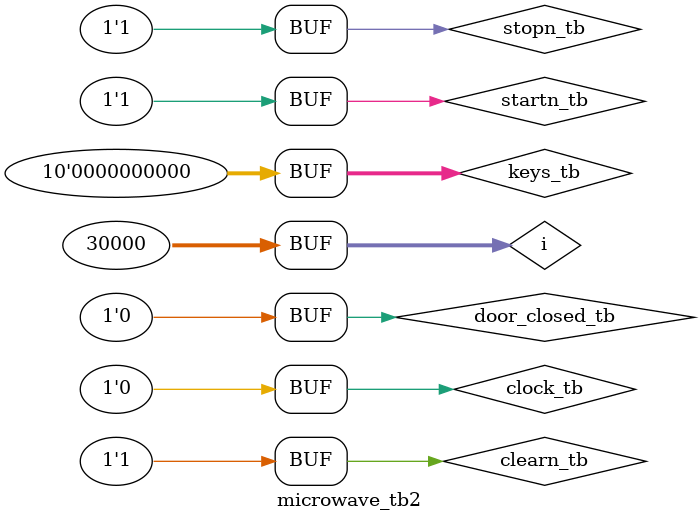
<source format=v>
`timescale 1ms / 1ms
`include "microwave.v"

module microwave_tb2();
    // Inputs
    reg startn_tb, stopn_tb, clearn_tb, door_closed_tb, clock_tb;
    reg [9:0] keys_tb;

    // Outputs
    wire mag_on_tb;
    wire [6:0] ssec_ones_tb;
    wire [6:0] ssec_tens_tb;
    wire [6:0] smin_tb;
    
    // Instantiate the Unit Under Test (UUT)
    microwave DUT (.startn(startn_tb), .stopn(stopn_tb), .clearn(clearn_tb),
                    .door_closed(door_closed_tb), .clock(clock_tb), .keys(keys_tb),
                    .mag_on(mag_on_tb), .ssec_ones(ssec_ones_tb), .ssec_tens(ssec_tens_tb), .smin(smin_tb));
    
    integer i;
    
    // clock generator
    initial 
        begin
            $dumpfile("microwave_tb2.vcd");
			$dumpvars(0,microwave_tb2);

               
            // Initialize Inputs
            clock_tb = 0; 
                    
            // create input clock 100Hz
            for (i = 0; i < 30000; i = i + 1) 
                #5 clock_tb = ~clock_tb;
                

        end
    
    // test cases

    initial
        begin
            startn_tb = 0; stopn_tb = 1; clearn_tb = 1; door_closed_tb = 1;
            #1 stopn_tb = 0; 
            #1;
            // condição inicial nenhuma chave presisonada e porta fechada
            startn_tb = 1; stopn_tb = 1; clearn_tb = 1; door_closed_tb = 1;
            //insere o dígito 
            keys_tb = 10'b0000000010; // carrega 1

            #50 keys_tb = 10'b0000000000; // solta a chave
            
            #150 keys_tb = 10'b0000000001; // carrega 0

            #50 keys_tb = 10'b0000000000; // solta a chave
            
            #150 keys_tb = 10'b0000100000; // carrega 5

            #50 keys_tb = 10'b0000000000; // solta a chave

            // liga-se o magnetron

            #200 startn_tb = 0; // pressiona
            #50 startn_tb = 1; // solta

            #14950 door_closed_tb = 0;



        end
        
endmodule

</source>
